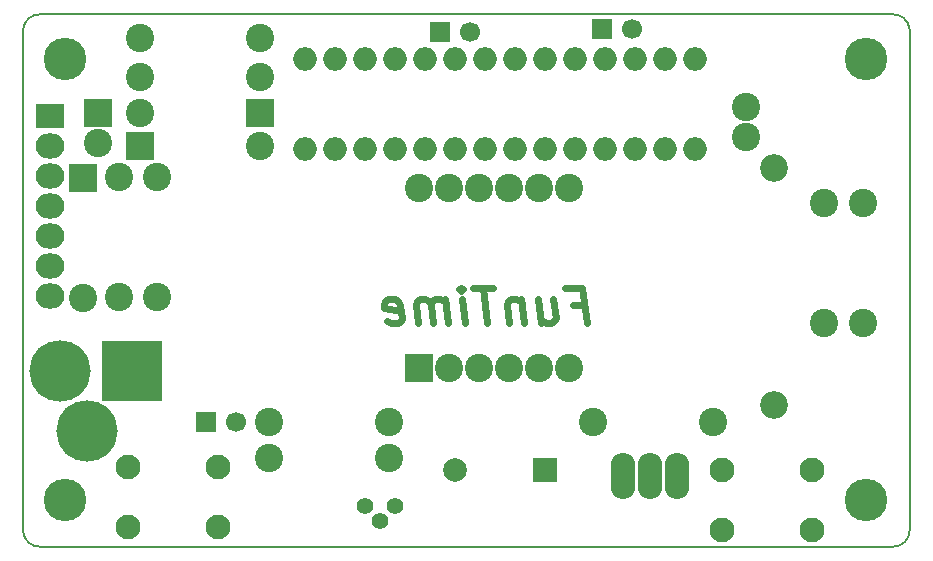
<source format=gbr>
G04 #@! TF.FileFunction,Soldermask,Bot*
%FSLAX46Y46*%
G04 Gerber Fmt 4.6, Leading zero omitted, Abs format (unit mm)*
G04 Created by KiCad (PCBNEW 4.0.1-stable) date 14-Oct-16 3:18:09 PM*
%MOMM*%
G01*
G04 APERTURE LIST*
%ADD10C,0.100000*%
%ADD11C,0.600000*%
%ADD12C,0.150000*%
%ADD13R,2.432000X2.432000*%
%ADD14C,2.400000*%
%ADD15R,1.700000X1.700000*%
%ADD16C,1.700000*%
%ADD17R,2.432000X2.127200*%
%ADD18O,2.432000X2.127200*%
%ADD19C,2.398980*%
%ADD20C,2.348180*%
%ADD21C,5.200600*%
%ADD22R,5.200600X5.200600*%
%ADD23R,2.398980X2.398980*%
%ADD24R,2.400000X2.400000*%
%ADD25O,2.000000X2.000000*%
%ADD26C,1.400760*%
%ADD27O,2.099260X3.900120*%
%ADD28R,2.000000X2.000000*%
%ADD29C,2.000000*%
%ADD30C,2.100000*%
%ADD31C,3.600000*%
G04 APERTURE END LIST*
D10*
D11*
X218983785Y-54548114D02*
X219983785Y-54548114D01*
X220180214Y-56119543D02*
X219805214Y-53119543D01*
X218376643Y-53119543D01*
X216073071Y-54119543D02*
X216323071Y-56119543D01*
X217358785Y-54119543D02*
X217555213Y-55690971D01*
X217448071Y-55976686D01*
X217180214Y-56119543D01*
X216751642Y-56119543D01*
X216448071Y-55976686D01*
X216287357Y-55833829D01*
X214644499Y-54119543D02*
X214894499Y-56119543D01*
X214680213Y-54405257D02*
X214519499Y-54262400D01*
X214215928Y-54119543D01*
X213787356Y-54119543D01*
X213519499Y-54262400D01*
X213412356Y-54548114D01*
X213608785Y-56119543D01*
X212233785Y-53119543D02*
X210519499Y-53119543D01*
X211751642Y-56119543D02*
X211376642Y-53119543D01*
X209894499Y-56119543D02*
X209644499Y-54119543D01*
X209519499Y-53119543D02*
X209680213Y-53262400D01*
X209555213Y-53405257D01*
X209394499Y-53262400D01*
X209519499Y-53119543D01*
X209555213Y-53405257D01*
X208465928Y-56119543D02*
X208215928Y-54119543D01*
X208251642Y-54405257D02*
X208090928Y-54262400D01*
X207787357Y-54119543D01*
X207358785Y-54119543D01*
X207090928Y-54262400D01*
X206983785Y-54548114D01*
X207180214Y-56119543D01*
X206983785Y-54548114D02*
X206805214Y-54262400D01*
X206501643Y-54119543D01*
X206073071Y-54119543D01*
X205805214Y-54262400D01*
X205698071Y-54548114D01*
X205894500Y-56119543D01*
X203305214Y-55976686D02*
X203608785Y-56119543D01*
X204180214Y-56119543D01*
X204448071Y-55976686D01*
X204555213Y-55690971D01*
X204412356Y-54548114D01*
X204233785Y-54262400D01*
X203930214Y-54119543D01*
X203358785Y-54119543D01*
X203090928Y-54262400D01*
X202983785Y-54548114D01*
X203019500Y-54833829D01*
X204483785Y-55119543D01*
D12*
X172466000Y-73787000D02*
X172466000Y-31242000D01*
X246126000Y-75057000D02*
X173990000Y-75057000D01*
X247523000Y-31242000D02*
X247523000Y-73660000D01*
X173990000Y-29972000D02*
X245999000Y-29972000D01*
X173990000Y-29972000D02*
G75*
G03X172466000Y-31242000I-127000J-1397000D01*
G01*
X247523000Y-31242000D02*
G75*
G03X245999000Y-29972000I-1397000J-127000D01*
G01*
X246126000Y-75057000D02*
G75*
G03X247523000Y-73660000I0J1397000D01*
G01*
X172466000Y-73787000D02*
G75*
G03X173990000Y-75057000I1397000J127000D01*
G01*
D13*
X205973680Y-59903360D03*
D14*
X208513680Y-59903360D03*
X211053680Y-59903360D03*
X213593680Y-59903360D03*
X216133680Y-59903360D03*
X218673680Y-59903360D03*
X213593680Y-44663360D03*
X216133680Y-44663360D03*
X205973680Y-44663360D03*
X208513680Y-44663360D03*
X218673680Y-44663360D03*
X211053680Y-44663360D03*
D15*
X187960000Y-64516000D03*
D16*
X190460000Y-64516000D03*
D17*
X174752000Y-38608000D03*
D18*
X174752000Y-41148000D03*
X174752000Y-43688000D03*
X174752000Y-46228000D03*
X174752000Y-48768000D03*
X174752000Y-51308000D03*
X174752000Y-53848000D03*
D19*
X192532000Y-32004000D03*
X182372000Y-32004000D03*
X182372000Y-35306000D03*
X192532000Y-35306000D03*
X203454000Y-64516000D03*
X193294000Y-64516000D03*
X220726000Y-64516000D03*
X230886000Y-64516000D03*
X240284000Y-56134000D03*
X240284000Y-45974000D03*
X180594000Y-53873400D03*
X180594000Y-43713400D03*
X183794400Y-53873400D03*
X183794400Y-43713400D03*
D20*
X236029500Y-43030140D03*
X236029500Y-63030100D03*
D21*
X175564800Y-60198000D03*
D22*
X181660800Y-60198000D03*
D21*
X177850800Y-65278000D03*
D19*
X177535840Y-53987700D03*
D23*
X177535840Y-43827700D03*
D24*
X178816000Y-38354000D03*
D14*
X178816000Y-40894000D03*
D15*
X221488000Y-31242000D03*
D16*
X223988000Y-31242000D03*
D19*
X182372000Y-38356540D03*
D23*
X192532000Y-38356540D03*
D19*
X192532000Y-41145460D03*
D23*
X182372000Y-41145460D03*
D25*
X196342000Y-41402000D03*
X198882000Y-41402000D03*
X201422000Y-41402000D03*
X203962000Y-41402000D03*
X206502000Y-41402000D03*
X209042000Y-41402000D03*
X211582000Y-41402000D03*
X214122000Y-41402000D03*
X216662000Y-41402000D03*
X219202000Y-41402000D03*
X221742000Y-41402000D03*
X224282000Y-41402000D03*
X226822000Y-41402000D03*
X229362000Y-41402000D03*
X229362000Y-33782000D03*
X226822000Y-33782000D03*
X224282000Y-33782000D03*
X221742000Y-33782000D03*
X219202000Y-33782000D03*
X216662000Y-33782000D03*
X214122000Y-33782000D03*
X211582000Y-33782000D03*
X209042000Y-33782000D03*
X206502000Y-33782000D03*
X203962000Y-33782000D03*
X201422000Y-33782000D03*
X198882000Y-33782000D03*
X196342000Y-33782000D03*
D26*
X202692000Y-72898000D03*
X201422000Y-71628000D03*
X203962000Y-71628000D03*
D27*
X225552000Y-69088000D03*
X227843080Y-69088000D03*
X223260920Y-69088000D03*
D19*
X203454000Y-67564000D03*
X193294000Y-67564000D03*
X243586000Y-45974000D03*
X243586000Y-56134000D03*
D28*
X216662000Y-68580000D03*
D29*
X209042000Y-68580000D03*
D30*
X231648000Y-73660000D03*
X231648000Y-68580000D03*
X239268000Y-73660000D03*
X239268000Y-68580000D03*
X181356000Y-73406000D03*
X181356000Y-68326000D03*
X188976000Y-73406000D03*
X188976000Y-68326000D03*
D15*
X207772000Y-31496000D03*
D16*
X210272000Y-31496000D03*
D14*
X233680000Y-37846000D03*
X233680000Y-40386000D03*
D31*
X243840000Y-33782000D03*
X176022000Y-71120000D03*
X176022000Y-33782000D03*
X243840000Y-71120000D03*
M02*

</source>
